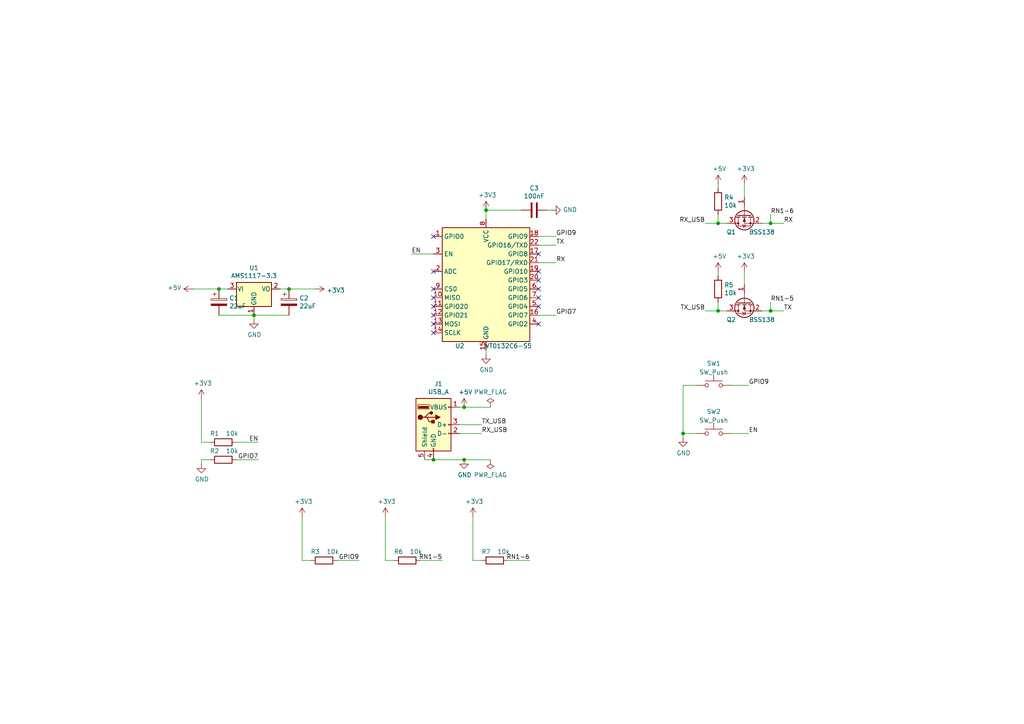
<source format=kicad_sch>
(kicad_sch (version 20250114) (generator "eeschema") (generator_version "9.0")
  (paper "A4")
  (title_block (title "Midea WiFi Dongle") (date "2025-11-15") (rev "1.2") (comment 1 "Sascha Puligheddu"))
  (lib_symbols
    (symbol "Connector:USB_A" (pin_names (offset 1.016))
      (property "Reference" "J" (at -5.08 11.43 0))
      (property "Value" "USB_A" (at -5.08 8.89 0))
      (symbol "USB_A_0_1"
        (rectangle (start -5.08 -7.62) (end 5.08 7.62) (stroke (width 0.254)) (fill (type background)))
        (circle (center -3.81 2.159) (radius 0.635) (stroke (width 0.254)) (fill (type outline)))
        (polyline (pts (xy -3.175 2.159) (xy -2.54 2.159) (xy -1.27 3.429) (xy -0.635 3.429)) (stroke (width 0.254)))
        (polyline (pts (xy -2.54 2.159) (xy -1.905 2.159) (xy -1.27 0.889) (xy 0 0.889)) (stroke (width 0.254)))
        (rectangle (start -1.524 4.826) (end -4.318 5.334) (fill (type outline)))
        (rectangle (start -1.27 4.572) (end -4.572 5.842))
        (circle (center -0.635 3.429) (radius 0.381) (stroke (width 0.254)) (fill (type outline)))
        (rectangle (start -0.127 -7.62) (end 0.127 -6.858))
        (rectangle (start 0.254 1.27) (end -0.508 0.508) (stroke (width 0.254)) (fill (type outline)))
        (polyline (pts (xy 0.635 2.794) (xy 0.635 1.524) (xy 1.905 2.159) (xy 0.635 2.794)) (stroke (width 0.254)) (fill (type outline)))
        (rectangle (start 5.08 4.953) (end 4.318 5.207))
        (rectangle (start 5.08 -0.127) (end 4.318 0.127))
        (rectangle (start 5.08 -2.667) (end 4.318 -2.413))
      )
      (symbol "USB_A_1_1"
        (polyline (pts (xy -1.905 2.159) (xy 0.635 2.159)) (stroke (width 0.254)))
        (pin passive line (at -2.54 -10.16 90) (length 2.54) (name "Shield") (number "5"))
        (pin power_in line (at 0 -10.16 90) (length 2.54) (name "GND") (number "4"))
        (pin power_in line (at 7.62 5.08 180) (length 2.54) (name "VBUS") (number "1"))
        (pin bidirectional line (at 7.62 0 180) (length 2.54) (name "D+") (number "3"))
        (pin bidirectional line (at 7.62 -2.54 180) (length 2.54) (name "D-") (number "2"))
      )
    )
    (symbol "Device:C" (pin_numbers (hide yes)) (pin_names (offset 0.254))
      (property "Reference" "C" (at 0.635 2.54 0))
      (property "Value" "C" (at 0.635 -2.54 0))
      (symbol "C_0_1"
        (polyline (pts (xy -2.032 0.762) (xy 2.032 0.762)) (stroke (width 0.508)))
        (polyline (pts (xy -2.032 -0.762) (xy 2.032 -0.762)) (stroke (width 0.508)))
      )
      (symbol "C_1_1"
        (pin passive line (at 0 3.81 270) (length 2.794) (name "~") (number "1"))
        (pin passive line (at 0 -3.81 90) (length 2.794) (name "~") (number "2"))
      )
    )
    (symbol "Device:R" (pin_numbers (hide yes)) (pin_names (offset 0))
      (property "Reference" "R" (at 2.032 0 90))
      (property "Value" "R" (at 0 0 90))
      (symbol "R_0_1"
        (rectangle (start -1.016 -2.54) (end 1.016 2.54) (stroke (width 0.254)))
      )
      (symbol "R_1_1"
        (pin passive line (at 0 3.81 270) (length 1.27) (name "~") (number "1"))
        (pin passive line (at 0 -3.81 90) (length 1.27) (name "~") (number "2"))
      )
    )
    (symbol "Midea WiFi Dongle-rescue:+3.3V-power" (power) (pin_names (offset 0))
      (property "Value" "+3.3V-power" (at 0 3.556 0))
      (symbol "+3.3V-power_0_1"
        (polyline (pts (xy -0.762 1.27) (xy 0 2.54)))
        (polyline (pts (xy 0 2.54) (xy 0.762 1.27)))
        (polyline (pts (xy 0 0) (xy 0 2.54)))
      )
      (symbol "+3.3V-power_1_1"
        (pin power_in line (at 0 0 90) (length 0) (hide yes) (name "+3V3") (number "1"))
      )
    )
    (symbol "Midea WiFi Dongle-rescue:CP-Device" (pin_numbers (hide yes)) (pin_names (offset 0.254))
      (property "Reference" "C" (at 0.635 2.54 0))
      (property "Value" "Device_CP" (at 0.635 -2.54 0))
      (symbol "CP-Device_0_1"
        (rectangle (start -2.286 0.508) (end 2.286 1.016))
        (polyline (pts (xy -1.778 2.286) (xy -0.762 2.286)))
        (polyline (pts (xy -1.27 2.794) (xy -1.27 1.778)))
        (rectangle (start 2.286 -0.508) (end -2.286 -1.016) (fill (type outline)))
      )
      (symbol "CP-Device_1_1"
        (pin passive line (at 0 3.81 270) (length 2.794) (name "~") (number "1"))
        (pin passive line (at 0 -3.81 90) (length 2.794) (name "~") (number "2"))
      )
    )
    (symbol "Midea WiFi Dongle-rescue:LM1117-3.3-Regulator_Linear" (pin_names (offset 0.254))
      (property "Reference" "U" (at -3.81 3.175 0))
      (property "Value" "Regulator_Linear_LM1117-3.3" (at 0 3.175 0))
      (symbol "LM1117-3.3-Regulator_Linear_0_1"
        (rectangle (start -5.08 -5.08) (end 5.08 1.905) (stroke (width 0.254)) (fill (type background)))
      )
      (symbol "LM1117-3.3-Regulator_Linear_1_1"
        (pin power_in line (at -7.62 0 0) (length 2.54) (name "VI") (number "3"))
        (pin power_in line (at 0 -7.62 90) (length 2.54) (name "GND") (number "1"))
        (pin power_out line (at 7.62 0 180) (length 2.54) (name "VO") (number "2"))
      )
    )
    (symbol "RF_Module:WT0132C6-S5"
      (property "Reference" "U" (at -12.7 19.05 0))
      (property "Value" "WT0132C6-S5" (at 12.7 19.05 0))
      (symbol "WT0132C6-S5_0_1"
        (rectangle (start -12.7 17.78) (end 12.7 -15.24) (stroke (width 0.254)) (fill (type background)))
      )
      (symbol "WT0132C6-S5_1_1"
        (pin input line (at -15.24 15.24 0) (length 2.54) (name "GPIO0") (number "1"))
        (pin input line (at -15.24 10.16 0) (length 2.54) (name "EN") (number "3"))
        (pin input line (at -15.24 5.08 0) (length 2.54) (name "ADC") (number "2"))
        (pin input line (at -15.24 0 0) (length 2.54) (name "CS0") (number "9"))
        (pin bidirectional line (at -15.24 -2.54 0) (length 2.54) (name "MISO") (number "10"))
        (pin bidirectional line (at -15.24 -5.08 0) (length 2.54) (name "GPIO20") (number "11"))
        (pin bidirectional line (at -15.24 -7.62 0) (length 2.54) (name "GPIO21") (number "12"))
        (pin bidirectional line (at -15.24 -10.16 0) (length 2.54) (name "MOSI") (number "13"))
        (pin bidirectional line (at -15.24 -12.7 0) (length 2.54) (name "SCLK") (number "14"))
        (pin power_in line (at 0 20.32 270) (length 2.54) (name "VCC") (number "8"))
        (pin power_in line (at 0 -17.78 90) (length 2.54) (name "GND") (number "15"))
        (pin bidirectional line (at 15.24 15.24 180) (length 2.54) (name "GPIO9") (number "18"))
        (pin bidirectional line (at 15.24 12.7 180) (length 2.54) (name "GPIO16/TXD") (number "22"))
        (pin bidirectional line (at 15.24 10.16 180) (length 2.54) (name "GPIO8") (number "17"))
        (pin bidirectional line (at 15.24 7.62 180) (length 2.54) (name "GPIO17/RXD") (number "21"))
        (pin bidirectional line (at 15.24 5.08 180) (length 2.54) (name "GPIO10") (number "19"))
        (pin bidirectional line (at 15.24 2.54 180) (length 2.54) (name "GPIO3") (number "20"))
        (pin bidirectional line (at 15.24 0 180) (length 2.54) (name "GPIO5") (number "6"))
        (pin bidirectional line (at 15.24 -2.54 180) (length 2.54) (name "GPIO6") (number "7"))
        (pin bidirectional line (at 15.24 -5.08 180) (length 2.54) (name "GPIO4") (number "5"))
        (pin bidirectional line (at 15.24 -7.62 180) (length 2.54) (name "GPIO7") (number "16"))
        (pin bidirectional line (at 15.24 -10.16 180) (length 2.54) (name "GPIO2") (number "4"))
      )
    )
    (symbol "Switch:SW_Push" (pin_numbers (hide yes)) (pin_names (offset 1.016) (hide yes))
      (property "Reference" "SW" (at 1.27 2.54 0))
      (property "Value" "SW_Push" (at 0 -1.524 0))
      (symbol "SW_Push_0_1"
        (circle (center -2.032 0) (radius 0.508))
        (polyline (pts (xy 0 1.27) (xy 0 3.048)))
        (circle (center 2.032 0) (radius 0.508))
        (polyline (pts (xy 2.54 1.27) (xy -2.54 1.27)))
        (pin passive line (at -5.08 0 0) (length 2.54) (name "1") (number "1"))
        (pin passive line (at 5.08 0 180) (length 2.54) (name "2") (number "2"))
      )
    )
    (symbol "Transistor_FET:BSS138" (pin_names (hide yes))
      (property "Reference" "Q" (at 5.08 1.905 0))
      (property "Value" "BSS138" (at 5.08 0 0))
      (symbol "BSS138_0_1"
        (polyline (pts (xy 0.254 1.905) (xy 0.254 -1.905)) (stroke (width 0.254)))
        (polyline (pts (xy 0.254 0) (xy -2.54 0)))
        (polyline (pts (xy 0.762 2.286) (xy 0.762 1.27)) (stroke (width 0.254)))
        (polyline (pts (xy 0.762 0.508) (xy 0.762 -0.508)) (stroke (width 0.254)))
        (polyline (pts (xy 0.762 -1.27) (xy 0.762 -2.286)) (stroke (width 0.254)))
        (polyline (pts (xy 0.762 -1.778) (xy 3.302 -1.778) (xy 3.302 1.778) (xy 0.762 1.778)))
        (polyline (pts (xy 1.016 0) (xy 2.032 0.381) (xy 2.032 -0.381) (xy 1.016 0)) (fill (type outline)))
        (circle (center 1.651 0) (radius 2.794) (stroke (width 0.254)))
        (polyline (pts (xy 2.54 2.54) (xy 2.54 1.778)))
        (circle (center 2.54 1.778) (radius 0.254) (fill (type outline)))
        (circle (center 2.54 -1.778) (radius 0.254) (fill (type outline)))
        (polyline (pts (xy 2.54 -2.54) (xy 2.54 0) (xy 0.762 0)))
        (polyline (pts (xy 2.794 0.508) (xy 2.921 0.381) (xy 3.683 0.381) (xy 3.81 0.254)))
        (polyline (pts (xy 3.302 0.381) (xy 2.921 -0.254) (xy 3.683 -0.254) (xy 3.302 0.381)))
      )
      (symbol "BSS138_1_1"
        (pin input line (at -5.08 0 0) (length 2.54) (name "G") (number "1"))
        (pin passive line (at 2.54 5.08 270) (length 2.54) (name "D") (number "3"))
        (pin passive line (at 2.54 -5.08 90) (length 2.54) (name "S") (number "2"))
      )
    )
    (symbol "power:+5V" (power) (pin_names (offset 0))
      (property "Value" "+5V" (at 0 3.556 0))
      (symbol "+5V_0_1"
        (polyline (pts (xy -0.762 1.27) (xy 0 2.54)))
        (polyline (pts (xy 0 2.54) (xy 0.762 1.27)))
        (polyline (pts (xy 0 0) (xy 0 2.54)))
      )
      (symbol "+5V_1_1"
        (pin power_in line (at 0 0 90) (length 0) (hide yes) (name "+5V") (number "1"))
      )
    )
    (symbol "power:GND" (power) (pin_names (offset 0))
      (property "Value" "GND" (at 0 -3.81 0))
      (symbol "GND_0_1"
        (polyline (pts (xy 0 0) (xy 0 -1.27) (xy 1.27 -1.27) (xy 0 -2.54) (xy -1.27 -1.27) (xy 0 -1.27)))
      )
      (symbol "GND_1_1"
        (pin power_in line (at 0 0 270) (length 0) (hide yes) (name "GND") (number "1"))
      )
    )
    (symbol "power:PWR_FLAG" (power) (pin_numbers (hide yes)) (pin_names (offset 0) (hide yes))
      (property "Value" "PWR_FLAG" (at 0 3.81 0))
      (symbol "PWR_FLAG_0_0"
        (pin power_out line (at 0 0 90) (length 0) (name "pwr") (number "1"))
      )
      (symbol "PWR_FLAG_0_1"
        (polyline (pts (xy 0 0) (xy 0 1.27) (xy -1.016 1.905) (xy 0 2.54) (xy 1.016 1.905) (xy 0 1.27)))
      )
    )
  )
  (junction (at 223.52 90.17))
  (junction (at 208.28 64.77))
  (junction (at 134.62 133.35))
  (junction (at 140.97 60.96))
  (junction (at 198.12 125.73))
  (junction (at 125.73 133.35))
  (junction (at 223.52 64.77))
  (junction (at 63.5 83.82))
  (junction (at 134.62 118.11))
  (junction (at 73.66 91.44))
  (junction (at 208.28 90.17))
  (junction (at 83.82 83.82))
  (no_connect (at 125.73 86.36))
  (no_connect (at 156.21 88.9))
  (no_connect (at 125.73 91.44))
  (no_connect (at 156.21 93.98))
  (no_connect (at 125.73 88.9))
  (no_connect (at 156.21 83.82))
  (no_connect (at 156.21 86.36))
  (no_connect (at 125.73 96.52))
  (no_connect (at 125.73 93.98))
  (no_connect (at 156.21 78.74))
  (no_connect (at 125.73 68.58))
  (no_connect (at 156.21 73.66))
  (no_connect (at 125.73 83.82))
  (no_connect (at 125.73 78.74))
  (no_connect (at 156.21 81.28))
  (wire (pts (xy 87.63 162.56) (xy 90.17 162.56)))
  (wire (pts (xy 220.98 64.77) (xy 223.52 64.77)))
  (wire (pts (xy 208.28 87.63) (xy 208.28 90.17)))
  (wire (pts (xy 140.97 59.69) (xy 140.97 60.96)))
  (wire (pts (xy 223.52 90.17) (xy 227.33 90.17)))
  (wire (pts (xy 198.12 111.76) (xy 198.12 125.73)))
  (wire (pts (xy 81.28 83.82) (xy 83.82 83.82)))
  (wire (pts (xy 73.66 91.44) (xy 73.66 92.71)))
  (wire (pts (xy 58.42 115.57) (xy 58.42 128.27)))
  (wire (pts (xy 137.16 149.86) (xy 137.16 162.56)))
  (wire (pts (xy 223.52 64.77) (xy 227.33 64.77)))
  (wire (pts (xy 156.21 71.12) (xy 161.29 71.12)))
  (wire (pts (xy 133.35 118.11) (xy 134.62 118.11)))
  (wire (pts (xy 60.96 133.35) (xy 58.42 133.35)))
  (wire (pts (xy 83.82 83.82) (xy 91.44 83.82)))
  (wire (pts (xy 151.13 60.96) (xy 140.97 60.96)))
  (wire (pts (xy 140.97 102.87) (xy 140.97 101.6)))
  (wire (pts (xy 223.52 62.23) (xy 223.52 64.77)))
  (wire (pts (xy 160.02 60.96) (xy 158.75 60.96)))
  (wire (pts (xy 215.9 57.15) (xy 215.9 53.34)))
  (wire (pts (xy 123.19 133.35) (xy 125.73 133.35)))
  (wire (pts (xy 210.82 90.17) (xy 208.28 90.17)))
  (wire (pts (xy 156.21 76.2) (xy 161.29 76.2)))
  (wire (pts (xy 87.63 149.86) (xy 87.63 162.56)))
  (wire (pts (xy 133.35 123.19) (xy 139.7 123.19)))
  (wire (pts (xy 68.58 133.35) (xy 74.93 133.35)))
  (wire (pts (xy 208.28 53.34) (xy 208.28 54.61)))
  (wire (pts (xy 208.28 90.17) (xy 204.47 90.17)))
  (wire (pts (xy 140.97 60.96) (xy 140.97 63.5)))
  (wire (pts (xy 210.82 64.77) (xy 208.28 64.77)))
  (wire (pts (xy 66.04 83.82) (xy 63.5 83.82)))
  (wire (pts (xy 97.79 162.56) (xy 104.14 162.56)))
  (wire (pts (xy 156.21 68.58) (xy 161.29 68.58)))
  (wire (pts (xy 134.62 133.35) (xy 142.24 133.35)))
  (wire (pts (xy 125.73 73.66) (xy 119.38 73.66)))
  (wire (pts (xy 156.21 91.44) (xy 161.29 91.44)))
  (wire (pts (xy 198.12 125.73) (xy 198.12 127)))
  (wire (pts (xy 55.88 83.82) (xy 63.5 83.82)))
  (wire (pts (xy 142.24 118.11) (xy 134.62 118.11)))
  (wire (pts (xy 133.35 125.73) (xy 139.7 125.73)))
  (wire (pts (xy 137.16 162.56) (xy 139.7 162.56)))
  (wire (pts (xy 121.92 162.56) (xy 128.27 162.56)))
  (wire (pts (xy 212.09 125.73) (xy 217.17 125.73)))
  (wire (pts (xy 111.76 149.86) (xy 111.76 162.56)))
  (wire (pts (xy 201.93 111.76) (xy 198.12 111.76)))
  (wire (pts (xy 223.52 87.63) (xy 223.52 90.17)))
  (wire (pts (xy 147.32 162.56) (xy 153.67 162.56)))
  (wire (pts (xy 63.5 91.44) (xy 73.66 91.44)))
  (wire (pts (xy 125.73 133.35) (xy 134.62 133.35)))
  (wire (pts (xy 73.66 91.44) (xy 83.82 91.44)))
  (wire (pts (xy 58.42 128.27) (xy 60.96 128.27)))
  (wire (pts (xy 208.28 64.77) (xy 204.47 64.77)))
  (wire (pts (xy 58.42 133.35) (xy 58.42 134.62)))
  (wire (pts (xy 201.93 125.73) (xy 198.12 125.73)))
  (wire (pts (xy 68.58 128.27) (xy 74.93 128.27)))
  (wire (pts (xy 208.28 62.23) (xy 208.28 64.77)))
  (wire (pts (xy 215.9 82.55) (xy 215.9 78.74)))
  (wire (pts (xy 220.98 90.17) (xy 223.52 90.17)))
  (wire (pts (xy 212.09 111.76) (xy 217.17 111.76)))
  (wire (pts (xy 208.28 78.74) (xy 208.28 80.01)))
  (wire (pts (xy 111.76 162.56) (xy 114.3 162.56)))
  (label "GPIO7" (at 74.93 133.35 180))
  (label "TX_USB" (at 204.47 90.17 180))
  (label "TX" (at 161.29 71.12 0))
  (label "TX" (at 227.33 90.17 0))
  (label "GPIO9" (at 217.17 111.76 0))
  (label "EN" (at 217.17 125.73 0))
  (label "RN1-6" (at 153.67 162.56 180))
  (label "RN1-5" (at 128.27 162.56 180))
  (label "EN" (at 74.93 128.27 180))
  (label "RX_USB" (at 204.47 64.77 180))
  (label "GPIO9" (at 161.29 68.58 0))
  (label "GPIO9" (at 104.14 162.56 180))
  (label "RX_USB" (at 139.7 125.73 0))
  (label "RX" (at 227.33 64.77 0))
  (label "GPIO7" (at 161.29 91.44 0))
  (label "RN1-6" (at 223.52 62.23 0))
  (label "EN" (at 119.38 73.66 0))
  (label "RX" (at 161.29 76.2 0))
  (label "RN1-5" (at 223.52 87.63 0))
  (label "TX_USB" (at 139.7 123.19 0))
  (symbol (lib_id "RF_Module:WT0132C6-S5") (at 140.97 83.82 0) (unit 1)
    (property "Reference" "U2" (at 133.35 100.33 0))
    (property "Value" "WT0132C6-S5" (at 147.32 100.33 0))
    (property "Footprint" "RF_Module:ESP-12E" (effects (hide yes)))
    (property "Datasheet" "http://wiki.ai-thinker.com/_media/esp8266/esp8266_series_modules_user_manual_v1.1.pdf" (effects (hide yes)))
  )
  (symbol (lib_id "Connector:USB_A") (at 125.73 123.19 0) (unit 1)
    (property "Reference" "J1" (at 127.1778 111.3282 0))
    (property "Value" "USB_A" (at 127.1778 113.6396 0))
    (property "Footprint" "Connector_USB:USB_A_CNCTech_1001-011-01101_Horizontal" (effects (hide yes)))
  )
  (symbol (lib_id "power:+5V") (at 134.62 118.11 0) (unit 1)
    (property "Reference" "#PWR0101" (effects (hide yes)))
    (property "Value" "+5V" (at 135.001 113.7158 0))
  )
  (symbol (lib_id "power:PWR_FLAG") (at 142.24 118.11 0) (unit 1)
    (property "Reference" "#FLG0101" (effects (hide yes)))
    (property "Value" "PWR_FLAG" (at 142.24 113.7158 0))
  )
  (symbol (lib_id "power:PWR_FLAG") (at 142.24 133.35 180) (unit 1)
    (property "Reference" "#FLG0102" (effects (hide yes)))
    (property "Value" "PWR_FLAG" (at 142.24 137.7442 0))
  )
  (symbol (lib_id "power:GND") (at 134.62 133.35 0) (unit 1)
    (property "Reference" "#PWR0102" (effects (hide yes)))
    (property "Value" "GND" (at 134.747 137.7442 0))
  )
  (symbol (lib_id "power:GND") (at 140.97 102.87 0) (unit 1)
    (property "Reference" "#PWR0103" (effects (hide yes)))
    (property "Value" "GND" (at 141.097 107.2642 0))
  )
  (symbol (lib_id "Transistor_FET:BSS138") (at 215.9 62.23 90) (mirror x) (unit 1)
    (property "Reference" "Q1" (at 212.09 67.31 90))
    (property "Value" "BSS138" (at 220.98 67.31 90))
    (property "Footprint" "Package_TO_SOT_SMD:SOT-23" (effects (hide yes)))
    (property "Datasheet" "https://www.onsemi.com/pub/Collateral/BSS138-D.PDF" (effects (hide yes)))
    (property "LCSC" " C426569" (effects (hide yes)))
  )
  (symbol (lib_id "Transistor_FET:BSS138") (at 215.9 87.63 90) (mirror x) (unit 1)
    (property "Reference" "Q2" (at 212.09 92.71 90))
    (property "Value" "BSS138" (at 220.98 92.71 90))
    (property "Footprint" "Package_TO_SOT_SMD:SOT-23" (effects (hide yes)))
    (property "Datasheet" "https://www.onsemi.com/pub/Collateral/BSS138-D.PDF" (effects (hide yes)))
    (property "LCSC" " C426569" (effects (hide yes)))
  )
  (symbol (lib_id "Device:C") (at 154.94 60.96 270) (unit 1)
    (property "Reference" "C3" (at 154.94 54.5592 90))
    (property "Value" "100nF" (at 154.94 56.8706 90))
    (property "Footprint" "Capacitor_SMD:C_0402_1005Metric_Pad0.74x0.62mm_HandSolder" (effects (hide yes)))
  )
  (symbol (lib_id "Midea WiFi Dongle-rescue:+3.3V-power") (at 140.97 60.96 0) (unit 1)
    (property "Reference" "#PWR0104" (effects (hide yes)))
    (property "Value" "+3V3" (at 141.351 56.5658 0))
  )
  (symbol (lib_id "power:GND") (at 160.02 60.96 90) (unit 1)
    (property "Reference" "#PWR0105" (effects (hide yes)))
    (property "Value" "GND" (at 163.2712 60.833 90) (effects (justify right)))
  )
  (symbol (lib_id "Device:R") (at 208.28 58.42 0) (unit 1)
    (property "Reference" "R4" (at 210.058 57.2516 0) (effects (justify left)))
    (property "Value" "10k" (at 210.058 59.563 0) (effects (justify left)))
    (property "Footprint" "Resistor_SMD:R_0402_1005Metric_Pad0.72x0.64mm_HandSolder" (effects (hide yes)))
    (property "LCSC" "C25744" (effects (hide yes)))
  )
  (symbol (lib_id "Device:R") (at 208.28 83.82 0) (unit 1)
    (property "Reference" "R5" (at 210.058 82.6516 0) (effects (justify left)))
    (property "Value" "10k" (at 210.058 84.963 0) (effects (justify left)))
    (property "Footprint" "Resistor_SMD:R_0402_1005Metric_Pad0.72x0.64mm_HandSolder" (effects (hide yes)))
    (property "LCSC" "C25744" (effects (hide yes)))
  )
  (symbol (lib_id "Midea WiFi Dongle-rescue:+3.3V-power") (at 215.9 78.74 0) (unit 1)
    (property "Reference" "#PWR0106" (effects (hide yes)))
    (property "Value" "+3V3" (at 216.281 74.3458 0))
  )
  (symbol (lib_id "Midea WiFi Dongle-rescue:+3.3V-power") (at 215.9 53.34 0) (unit 1)
    (property "Reference" "#PWR0107" (effects (hide yes)))
    (property "Value" "+3V3" (at 216.281 48.9458 0))
  )
  (symbol (lib_id "power:+5V") (at 208.28 78.74 0) (unit 1)
    (property "Reference" "#PWR0108" (effects (hide yes)))
    (property "Value" "+5V" (at 208.661 74.3458 0))
  )
  (symbol (lib_id "power:+5V") (at 208.28 53.34 0) (unit 1)
    (property "Reference" "#PWR0109" (effects (hide yes)))
    (property "Value" "+5V" (at 208.661 48.9458 0))
  )
  (symbol (lib_id "Midea WiFi Dongle-rescue:LM1117-3.3-Regulator_Linear") (at 73.66 83.82 0) (unit 1)
    (property "Reference" "U1" (at 73.66 77.6732 0))
    (property "Value" "AMS1117-3.3" (at 73.66 79.9846 0))
    (property "Footprint" "Package_TO_SOT_SMD:SOT-223" (effects (hide yes)))
    (property "Datasheet" "http://www.ti.com/lit/ds/symlink/lm1117.pdf" (effects (hide yes)))
    (property "LCSC" "C126027" (effects (hide yes)))
  )
  (symbol (lib_id "Midea WiFi Dongle-rescue:CP-Device") (at 83.82 87.63 0) (unit 1)
    (property "Reference" "C2" (at 86.8172 86.4616 0) (effects (justify left)))
    (property "Value" "22uF" (at 86.8172 88.773 0) (effects (justify left)))
    (property "Footprint" "Andys-Footprints:CP_EIA-2012-12_Kemet-R_Pad1.30x1.05mm_HandSolder" (effects (hide yes)))
    (property "LCSC" "C185773" (effects (hide yes)))
  )
  (symbol (lib_id "Midea WiFi Dongle-rescue:CP-Device") (at 63.5 87.63 0) (unit 1)
    (property "Reference" "C1" (at 66.4972 86.4616 0) (effects (justify left)))
    (property "Value" "22uF" (at 66.4972 88.773 0) (effects (justify left)))
    (property "Footprint" "Andys-Footprints:CP_EIA-2012-12_Kemet-R_Pad1.30x1.05mm_HandSolder" (effects (hide yes)))
    (property "LCSC" "C185773" (effects (hide yes)))
  )
  (symbol (lib_id "power:GND") (at 73.66 92.71 0) (unit 1)
    (property "Reference" "#PWR0111" (effects (hide yes)))
    (property "Value" "GND" (at 73.787 97.1042 0))
  )
  (symbol (lib_id "Midea WiFi Dongle-rescue:+3.3V-power") (at 91.44 83.82 270) (unit 1)
    (property "Reference" "#PWR0112" (effects (hide yes)))
    (property "Value" "+3V3" (at 94.6912 84.201 90) (effects (justify left)))
  )
  (symbol (lib_id "power:+5V") (at 55.88 83.82 90) (unit 1)
    (property "Reference" "#PWR0113" (effects (hide yes)))
    (property "Value" "+5V" (at 52.6288 83.439 90) (effects (justify left)))
  )
  (symbol (lib_id "Device:R") (at 64.77 128.27 270) (unit 1)
    (property "Reference" "R1" (at 62.23 125.73 90))
    (property "Value" "10k" (at 67.31 125.73 90))
    (property "Footprint" "Resistor_SMD:R_0402_1005Metric_Pad0.72x0.64mm_HandSolder" (effects (hide yes)))
    (property "LCSC" "C25744" (effects (hide yes)))
  )
  (symbol (lib_id "Device:R") (at 64.77 133.35 270) (unit 1)
    (property "Reference" "R2" (at 62.23 130.81 90))
    (property "Value" "10k" (at 67.31 130.81 90))
    (property "Footprint" "Resistor_SMD:R_0402_1005Metric_Pad0.72x0.64mm_HandSolder" (effects (hide yes)))
    (property "LCSC" "C25744" (effects (hide yes)))
  )
  (symbol (lib_id "power:GND") (at 58.42 134.62 0) (unit 1)
    (property "Reference" "#PWR0114" (effects (hide yes)))
    (property "Value" "GND" (at 58.547 139.0142 0))
  )
  (symbol (lib_id "Midea WiFi Dongle-rescue:+3.3V-power") (at 58.42 115.57 0) (unit 1)
    (property "Reference" "#PWR0115" (effects (hide yes)))
    (property "Value" "+3V3" (at 58.801 111.1758 0))
  )
  (symbol (lib_id "Device:R") (at 143.51 162.56 270) (unit 1)
    (property "Reference" "R7" (at 140.97 160.02 90))
    (property "Value" "10k" (at 146.05 160.02 90))
    (property "Footprint" "Resistor_SMD:R_0402_1005Metric_Pad0.72x0.64mm_HandSolder" (effects (hide yes)))
    (property "LCSC" "C25744" (effects (hide yes)))
  )
  (symbol (lib_id "Device:R") (at 118.11 162.56 270) (unit 1)
    (property "Reference" "R6" (at 115.57 160.02 90))
    (property "Value" "10k" (at 120.65 160.02 90))
    (property "Footprint" "Resistor_SMD:R_0402_1005Metric_Pad0.72x0.64mm_HandSolder" (effects (hide yes)))
    (property "LCSC" "C25744" (effects (hide yes)))
  )
  (symbol (lib_id "Midea WiFi Dongle-rescue:+3.3V-power") (at 111.76 149.86 0) (unit 1)
    (property "Reference" "#PWR05" (effects (hide yes)))
    (property "Value" "+3V3" (at 112.141 145.4658 0))
  )
  (symbol (lib_id "power:GND") (at 198.12 127 0) (unit 1)
    (property "Reference" "#PWR01" (effects (hide yes)))
    (property "Value" "GND" (at 198.247 131.3942 0))
  )
  (symbol (lib_id "Switch:SW_Push") (at 207.01 111.76 0) (unit 1)
    (property "Reference" "SW1" (at 207.01 105.41 0))
    (property "Value" "SW_Push" (at 207.01 107.95 0))
    (property "Footprint" "Button_Switch_SMD:SW_Push_SPST_NO_Alps_SKRK" (effects (hide yes)))
    (property "Description" "3x4mm" (effects (hide yes)))
  )
  (symbol (lib_id "Switch:SW_Push") (at 207.01 125.73 0) (unit 1)
    (property "Reference" "SW2" (at 207.01 119.38 0))
    (property "Value" "SW_Push" (at 207.01 121.92 0))
    (property "Footprint" "Button_Switch_SMD:SW_Push_SPST_NO_Alps_SKRK" (effects (hide yes)))
    (property "Description" "3x4mm" (effects (hide yes)))
  )
  (symbol (lib_id "Device:R") (at 93.98 162.56 270) (unit 1)
    (property "Reference" "R3" (at 91.44 160.02 90))
    (property "Value" "10k" (at 96.52 160.02 90))
    (property "Footprint" "Resistor_SMD:R_0402_1005Metric_Pad0.72x0.64mm_HandSolder" (effects (hide yes)))
    (property "LCSC" "C25744" (effects (hide yes)))
  )
  (symbol (lib_id "Midea WiFi Dongle-rescue:+3.3V-power") (at 137.16 149.86 0) (unit 1)
    (property "Reference" "#PWR06" (effects (hide yes)))
    (property "Value" "+3V3" (at 137.541 145.4658 0))
  )
  (symbol (lib_id "Midea WiFi Dongle-rescue:+3.3V-power") (at 87.63 149.86 0) (unit 1)
    (property "Reference" "#PWR04" (effects (hide yes)))
    (property "Value" "+3V3" (at 88.011 145.4658 0))
  )
)
</source>
